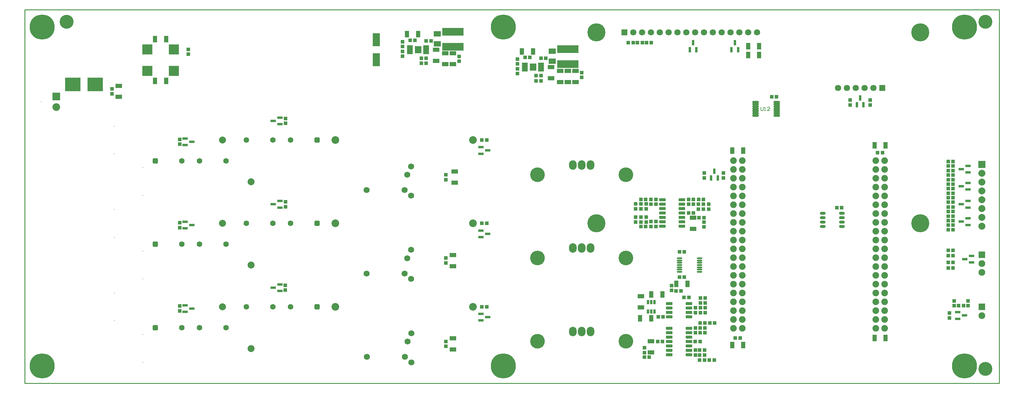
<source format=gts>
G04 Layer_Color=8388736*
%FSLAX43Y43*%
%MOMM*%
G71*
G01*
G75*
%ADD37C,0.254*%
%ADD38C,0.178*%
%ADD75R,2.903X2.903*%
%ADD76O,1.550X0.500*%
%ADD77R,6.203X2.203*%
%ADD78R,0.803X1.203*%
%ADD79R,1.553X0.803*%
%ADD80O,1.653X0.853*%
%ADD81R,2.003X1.543*%
%ADD82R,1.103X1.003*%
G04:AMPARAMS|DCode=83|XSize=0.653mm|YSize=1.803mm|CornerRadius=0.151mm|HoleSize=0mm|Usage=FLASHONLY|Rotation=90.000|XOffset=0mm|YOffset=0mm|HoleType=Round|Shape=RoundedRectangle|*
%AMROUNDEDRECTD83*
21,1,0.653,1.501,0,0,90.0*
21,1,0.351,1.803,0,0,90.0*
1,1,0.302,0.750,0.175*
1,1,0.302,0.750,-0.175*
1,1,0.302,-0.750,-0.175*
1,1,0.302,-0.750,0.175*
%
%ADD83ROUNDEDRECTD83*%
%ADD84R,4.443X4.013*%
%ADD85R,1.003X1.103*%
%ADD86R,2.003X3.753*%
%ADD87C,4.000*%
G04:AMPARAMS|DCode=88|XSize=0.853mm|YSize=1.853mm|CornerRadius=0.15mm|HoleSize=0mm|Usage=FLASHONLY|Rotation=90.000|XOffset=0mm|YOffset=0mm|HoleType=Round|Shape=RoundedRectangle|*
%AMROUNDEDRECTD88*
21,1,0.853,1.552,0,0,90.0*
21,1,0.552,1.853,0,0,90.0*
1,1,0.301,0.776,0.276*
1,1,0.301,0.776,-0.276*
1,1,0.301,-0.776,-0.276*
1,1,0.301,-0.776,0.276*
%
%ADD88ROUNDEDRECTD88*%
%ADD89R,1.903X1.203*%
%ADD90R,1.203X1.903*%
G04:AMPARAMS|DCode=91|XSize=0.503mm|YSize=1.753mm|CornerRadius=0.151mm|HoleSize=0mm|Usage=FLASHONLY|Rotation=90.000|XOffset=0mm|YOffset=0mm|HoleType=Round|Shape=RoundedRectangle|*
%AMROUNDEDRECTD91*
21,1,0.503,1.451,0,0,90.0*
21,1,0.201,1.753,0,0,90.0*
1,1,0.302,0.726,0.101*
1,1,0.302,0.726,-0.101*
1,1,0.302,-0.726,-0.101*
1,1,0.302,-0.726,0.101*
%
%ADD91ROUNDEDRECTD91*%
G04:AMPARAMS|DCode=92|XSize=1.933mm|YSize=2.103mm|CornerRadius=0.153mm|HoleSize=0mm|Usage=FLASHONLY|Rotation=0.000|XOffset=0mm|YOffset=0mm|HoleType=Round|Shape=RoundedRectangle|*
%AMROUNDEDRECTD92*
21,1,1.933,1.796,0,0,0.0*
21,1,1.626,2.103,0,0,0.0*
1,1,0.307,0.813,-0.898*
1,1,0.307,-0.813,-0.898*
1,1,0.307,-0.813,0.898*
1,1,0.307,0.813,0.898*
%
%ADD92ROUNDEDRECTD92*%
%ADD93R,0.803X1.553*%
%ADD94O,2.203X2.703*%
%ADD95C,2.203*%
%ADD96C,2.003*%
%ADD97R,0.203X0.203*%
%ADD98C,1.803*%
%ADD99R,1.803X1.803*%
%ADD100C,1.727*%
%ADD101C,1.903*%
%ADD102C,1.953*%
%ADD103R,1.953X1.953*%
%ADD104C,4.203*%
%ADD105R,0.203X0.203*%
%ADD106R,2.203X2.203*%
%ADD107C,7.203*%
%ADD108R,2.003X2.003*%
%ADD109C,5.203*%
%ADD110C,1.603*%
G04:AMPARAMS|DCode=111|XSize=1.603mm|YSize=1.603mm|CornerRadius=0.452mm|HoleSize=0mm|Usage=FLASHONLY|Rotation=180.000|XOffset=0mm|YOffset=0mm|HoleType=Round|Shape=RoundedRectangle|*
%AMROUNDEDRECTD111*
21,1,1.603,0.700,0,0,180.0*
21,1,0.700,1.603,0,0,180.0*
1,1,0.903,-0.350,0.350*
1,1,0.903,0.350,0.350*
1,1,0.903,0.350,-0.350*
1,1,0.903,-0.350,-0.350*
%
%ADD111ROUNDEDRECTD111*%
%ADD112C,0.803*%
D37*
X0Y0D02*
X280000D01*
Y107500D01*
X0D02*
X280000D01*
X0Y0D02*
Y107500D01*
D38*
X211476Y79508D02*
Y78661D01*
X211645Y78492D01*
X211984D01*
X212153Y78661D01*
Y79508D01*
X212492Y78492D02*
X212830D01*
X212661D01*
Y79508D01*
X212492Y79338D01*
X214015Y78492D02*
X213338D01*
X214015Y79169D01*
Y79338D01*
X213846Y79508D01*
X213507D01*
X213338Y79338D01*
D75*
X35190Y96110D02*
D03*
X42810D02*
D03*
Y89890D02*
D03*
X35190D02*
D03*
D76*
X193875Y32050D02*
D03*
Y32700D02*
D03*
Y33350D02*
D03*
Y34000D02*
D03*
Y34650D02*
D03*
Y35300D02*
D03*
Y35950D02*
D03*
X188125Y32050D02*
D03*
Y32700D02*
D03*
Y33350D02*
D03*
Y34000D02*
D03*
Y34650D02*
D03*
Y35300D02*
D03*
Y35950D02*
D03*
D77*
X156000Y96150D02*
D03*
Y91850D02*
D03*
X123000Y101150D02*
D03*
Y96850D02*
D03*
D78*
X179050Y23375D02*
D03*
X180000D02*
D03*
X180950D02*
D03*
Y20625D02*
D03*
X180000D02*
D03*
X179050D02*
D03*
D79*
X268025Y20450D02*
D03*
Y18550D02*
D03*
X269975Y19500D02*
D03*
X132975Y67000D02*
D03*
X131025Y66050D02*
D03*
Y67950D02*
D03*
X132975Y43000D02*
D03*
X131025Y42050D02*
D03*
Y43950D02*
D03*
X132975Y19000D02*
D03*
X131025Y18050D02*
D03*
Y19950D02*
D03*
X47975Y69500D02*
D03*
X46025Y68550D02*
D03*
Y70450D02*
D03*
X71325Y75500D02*
D03*
X73275Y76450D02*
D03*
Y74550D02*
D03*
X47975Y45500D02*
D03*
X46025Y44550D02*
D03*
Y46450D02*
D03*
X71325Y51500D02*
D03*
X73275Y52450D02*
D03*
Y50550D02*
D03*
X47975Y21500D02*
D03*
X46025Y20550D02*
D03*
Y22450D02*
D03*
X71325Y27500D02*
D03*
X73275Y28450D02*
D03*
Y26550D02*
D03*
X269025Y61600D02*
D03*
X270975Y62550D02*
D03*
Y60650D02*
D03*
X269025Y56700D02*
D03*
X270975Y57650D02*
D03*
Y55750D02*
D03*
X269025Y51500D02*
D03*
X270975Y52450D02*
D03*
Y50550D02*
D03*
X269025Y46500D02*
D03*
X270975Y47450D02*
D03*
Y45550D02*
D03*
X271975Y34750D02*
D03*
Y36650D02*
D03*
X270025Y35700D02*
D03*
D80*
X229275Y48905D02*
D03*
Y47635D02*
D03*
Y46365D02*
D03*
Y45095D02*
D03*
X234725Y48905D02*
D03*
Y47635D02*
D03*
Y46365D02*
D03*
Y45095D02*
D03*
D81*
X151500Y92670D02*
D03*
Y95530D02*
D03*
X118500Y97670D02*
D03*
Y100530D02*
D03*
D82*
X265700Y20200D02*
D03*
Y18800D02*
D03*
X267000Y22300D02*
D03*
Y23700D02*
D03*
X44500Y70200D02*
D03*
Y68800D02*
D03*
X74900Y74800D02*
D03*
Y76200D02*
D03*
X237100Y81500D02*
D03*
Y80100D02*
D03*
X44500Y46200D02*
D03*
Y44800D02*
D03*
X74900Y50800D02*
D03*
Y52200D02*
D03*
X242900Y81500D02*
D03*
Y80100D02*
D03*
X44500Y22200D02*
D03*
Y20800D02*
D03*
X74800Y26800D02*
D03*
Y28200D02*
D03*
X108500Y98300D02*
D03*
Y96900D02*
D03*
X141500Y93300D02*
D03*
Y91900D02*
D03*
X195000Y51500D02*
D03*
Y50100D02*
D03*
X196500D02*
D03*
Y51500D02*
D03*
X177000Y51600D02*
D03*
Y50200D02*
D03*
X175500D02*
D03*
Y51600D02*
D03*
X177000Y46400D02*
D03*
Y47800D02*
D03*
X175500D02*
D03*
Y46400D02*
D03*
X185800Y28100D02*
D03*
Y26700D02*
D03*
X108500Y95500D02*
D03*
Y94100D02*
D03*
X124750Y94050D02*
D03*
Y92650D02*
D03*
X141500Y89100D02*
D03*
Y90500D02*
D03*
X160000Y88000D02*
D03*
Y89400D02*
D03*
X47000Y94700D02*
D03*
Y96100D02*
D03*
X25000Y83300D02*
D03*
Y84700D02*
D03*
X200730Y60470D02*
D03*
Y59070D02*
D03*
X195230Y60470D02*
D03*
Y59070D02*
D03*
X195100Y45000D02*
D03*
Y46400D02*
D03*
X121000Y58600D02*
D03*
Y60000D02*
D03*
X193500Y51500D02*
D03*
Y50100D02*
D03*
X121000Y34600D02*
D03*
Y36000D02*
D03*
X178500Y51600D02*
D03*
Y50200D02*
D03*
X121000Y10600D02*
D03*
Y12000D02*
D03*
X178500Y46400D02*
D03*
Y47800D02*
D03*
X178000Y10200D02*
D03*
Y8800D02*
D03*
X192700Y9500D02*
D03*
Y8100D02*
D03*
Y20300D02*
D03*
Y21700D02*
D03*
Y14500D02*
D03*
Y15900D02*
D03*
X271000Y22300D02*
D03*
Y23700D02*
D03*
D83*
X209950Y80950D02*
D03*
Y80300D02*
D03*
Y79650D02*
D03*
Y79000D02*
D03*
Y78350D02*
D03*
Y77700D02*
D03*
Y77050D02*
D03*
X216050Y80950D02*
D03*
Y80300D02*
D03*
Y79650D02*
D03*
Y79000D02*
D03*
Y78350D02*
D03*
Y77700D02*
D03*
Y77050D02*
D03*
D84*
X13815Y86000D02*
D03*
X20185D02*
D03*
D85*
X269700Y22300D02*
D03*
X268300D02*
D03*
X265300Y44200D02*
D03*
X266700D02*
D03*
X265300Y48100D02*
D03*
X266700D02*
D03*
X265300Y49400D02*
D03*
X266700D02*
D03*
X265300Y53400D02*
D03*
X266700D02*
D03*
X265300Y54700D02*
D03*
X266700D02*
D03*
X265300Y58600D02*
D03*
X266700D02*
D03*
X265300Y59900D02*
D03*
X266700D02*
D03*
X265300Y63800D02*
D03*
X266700D02*
D03*
Y62500D02*
D03*
X265300D02*
D03*
X266700Y61200D02*
D03*
X265300D02*
D03*
X266700Y57300D02*
D03*
X265300D02*
D03*
X266700Y56000D02*
D03*
X265300D02*
D03*
X195300Y9500D02*
D03*
X193900D02*
D03*
Y6700D02*
D03*
X195300D02*
D03*
Y8100D02*
D03*
X193900D02*
D03*
X189400Y24700D02*
D03*
X190800D02*
D03*
X182000Y19100D02*
D03*
X183400D02*
D03*
X194000Y12000D02*
D03*
X192600D02*
D03*
X178600Y98000D02*
D03*
X180000D02*
D03*
X177400D02*
D03*
X176000D02*
D03*
X266700Y52100D02*
D03*
X265300D02*
D03*
X266700Y50700D02*
D03*
X265300D02*
D03*
X266700Y46800D02*
D03*
X265300D02*
D03*
X266700Y45500D02*
D03*
X265300D02*
D03*
X113900Y93500D02*
D03*
X115300D02*
D03*
Y92100D02*
D03*
X113900D02*
D03*
X146900Y88500D02*
D03*
X148300D02*
D03*
Y87000D02*
D03*
X146900D02*
D03*
X132700Y70000D02*
D03*
X131300D02*
D03*
X192100Y51500D02*
D03*
X190700D02*
D03*
Y52900D02*
D03*
X192100D02*
D03*
X132700Y46000D02*
D03*
X131300D02*
D03*
X179900Y51500D02*
D03*
X181300D02*
D03*
Y52900D02*
D03*
X179900D02*
D03*
X132700Y22000D02*
D03*
X131300D02*
D03*
X179900Y46500D02*
D03*
X181300D02*
D03*
Y45100D02*
D03*
X179900D02*
D03*
X195500Y20300D02*
D03*
X194100D02*
D03*
Y24500D02*
D03*
X195500D02*
D03*
Y21700D02*
D03*
X194100D02*
D03*
X195400Y14500D02*
D03*
X194000D02*
D03*
X195400Y15900D02*
D03*
X194000D02*
D03*
Y17300D02*
D03*
X195400D02*
D03*
X193700Y47600D02*
D03*
X195100D02*
D03*
X179400Y7500D02*
D03*
X178000D02*
D03*
X214600Y82400D02*
D03*
X216000D02*
D03*
X174800Y98000D02*
D03*
X173400D02*
D03*
X110700Y98700D02*
D03*
X112100D02*
D03*
X116700Y98500D02*
D03*
X115300D02*
D03*
X145100Y93800D02*
D03*
X143700D02*
D03*
X149700Y93500D02*
D03*
X148300D02*
D03*
X233300Y50500D02*
D03*
X234700D02*
D03*
X246430Y66370D02*
D03*
X245030D02*
D03*
X204130Y12970D02*
D03*
X205530D02*
D03*
X192100Y49000D02*
D03*
X190700D02*
D03*
X189500Y30500D02*
D03*
X188100D02*
D03*
X188500Y26600D02*
D03*
X187100D02*
D03*
X193600Y52900D02*
D03*
X195000D02*
D03*
X178400D02*
D03*
X177000D02*
D03*
X189500Y37800D02*
D03*
X188100D02*
D03*
X178400Y45100D02*
D03*
X177000D02*
D03*
X181800Y12000D02*
D03*
X183200D02*
D03*
X196700Y6700D02*
D03*
X198100D02*
D03*
X195500Y23100D02*
D03*
X194100D02*
D03*
X198200Y17300D02*
D03*
X196800D02*
D03*
X265300Y38200D02*
D03*
X266700D02*
D03*
X265300Y33200D02*
D03*
X266700D02*
D03*
X265300Y36700D02*
D03*
X266700D02*
D03*
Y34800D02*
D03*
X265300D02*
D03*
D86*
X101000Y98875D02*
D03*
Y93125D02*
D03*
D87*
X12000Y104000D02*
D03*
X276000Y4100D02*
D03*
Y104000D02*
D03*
D88*
X185175Y15810D02*
D03*
Y14540D02*
D03*
Y13270D02*
D03*
Y12000D02*
D03*
Y10730D02*
D03*
Y9460D02*
D03*
Y8190D02*
D03*
X190825Y15810D02*
D03*
Y14540D02*
D03*
Y13270D02*
D03*
Y12000D02*
D03*
Y10730D02*
D03*
Y9460D02*
D03*
Y8190D02*
D03*
X185175Y22905D02*
D03*
Y21635D02*
D03*
Y20365D02*
D03*
Y19095D02*
D03*
X190825Y22905D02*
D03*
Y21635D02*
D03*
Y20365D02*
D03*
Y19095D02*
D03*
X188825Y45190D02*
D03*
Y46460D02*
D03*
Y47730D02*
D03*
Y49000D02*
D03*
Y50270D02*
D03*
Y51540D02*
D03*
Y52810D02*
D03*
X183175Y45190D02*
D03*
Y46460D02*
D03*
Y47730D02*
D03*
Y49000D02*
D03*
Y50270D02*
D03*
Y51540D02*
D03*
Y52810D02*
D03*
D89*
X179900Y8900D02*
D03*
Y12100D02*
D03*
X177000Y25000D02*
D03*
Y21800D02*
D03*
X118200Y96000D02*
D03*
Y92800D02*
D03*
X151200Y91000D02*
D03*
Y87800D02*
D03*
X123000Y95000D02*
D03*
Y91800D02*
D03*
X120800Y95000D02*
D03*
Y91800D02*
D03*
X158200Y89900D02*
D03*
Y86700D02*
D03*
X156000Y89900D02*
D03*
Y86700D02*
D03*
X153800Y89900D02*
D03*
Y86700D02*
D03*
X27000Y85600D02*
D03*
Y82400D02*
D03*
X192000Y47600D02*
D03*
Y44400D02*
D03*
X123500Y60900D02*
D03*
Y57700D02*
D03*
X123000Y36900D02*
D03*
Y33700D02*
D03*
Y12900D02*
D03*
Y9700D02*
D03*
D90*
X40600Y99000D02*
D03*
X37400D02*
D03*
X180000Y18700D02*
D03*
X176800D02*
D03*
X180000Y25500D02*
D03*
X183200D02*
D03*
X211000Y97000D02*
D03*
X207800D02*
D03*
X211000Y94500D02*
D03*
X207800D02*
D03*
X40600Y87000D02*
D03*
X37400D02*
D03*
X109800Y100500D02*
D03*
X113000D02*
D03*
X142800Y95500D02*
D03*
X146000D02*
D03*
X203230Y66970D02*
D03*
X206430D02*
D03*
X247330Y12970D02*
D03*
X244130D02*
D03*
Y68470D02*
D03*
X247330D02*
D03*
X206430Y10970D02*
D03*
X203230D02*
D03*
X187200Y28600D02*
D03*
X190400D02*
D03*
D91*
X148325Y92000D02*
D03*
X143675D02*
D03*
Y91500D02*
D03*
Y91000D02*
D03*
Y90500D02*
D03*
Y90000D02*
D03*
X148325Y91500D02*
D03*
Y91000D02*
D03*
Y90500D02*
D03*
Y90000D02*
D03*
X115325Y97000D02*
D03*
X110675D02*
D03*
Y96500D02*
D03*
Y96000D02*
D03*
Y95500D02*
D03*
Y95000D02*
D03*
X115325Y96500D02*
D03*
Y96000D02*
D03*
Y95500D02*
D03*
Y95000D02*
D03*
D92*
X146000Y91000D02*
D03*
X113000Y96000D02*
D03*
D93*
X198130Y61045D02*
D03*
X199080Y59095D02*
D03*
X197180D02*
D03*
X204000Y97975D02*
D03*
X204950Y96025D02*
D03*
X203050D02*
D03*
X192000Y97975D02*
D03*
X192950Y96025D02*
D03*
X191050D02*
D03*
X240000Y82075D02*
D03*
X240950Y80125D02*
D03*
X239050D02*
D03*
D94*
X157450Y14900D02*
D03*
X160000D02*
D03*
X162550D02*
D03*
X157450Y62800D02*
D03*
X160000D02*
D03*
X162550D02*
D03*
X157450Y38900D02*
D03*
X160000D02*
D03*
X162550D02*
D03*
D95*
X89250Y22000D02*
D03*
X128750D02*
D03*
X9000Y79500D02*
D03*
X89250Y70000D02*
D03*
X128750D02*
D03*
X89250Y46000D02*
D03*
X128750D02*
D03*
D96*
X65000Y10000D02*
D03*
X275000Y45220D02*
D03*
Y47760D02*
D03*
Y50300D02*
D03*
Y52840D02*
D03*
Y55380D02*
D03*
Y57920D02*
D03*
Y60460D02*
D03*
X56800Y70000D02*
D03*
Y46000D02*
D03*
Y22000D02*
D03*
X65000Y58000D02*
D03*
Y34000D02*
D03*
D97*
X33925Y14000D02*
D03*
Y6000D02*
D03*
X25725Y74000D02*
D03*
Y66000D02*
D03*
Y50000D02*
D03*
Y42000D02*
D03*
Y26000D02*
D03*
Y18000D02*
D03*
X33925Y62000D02*
D03*
Y54000D02*
D03*
Y38000D02*
D03*
Y30000D02*
D03*
D98*
X233650Y85000D02*
D03*
X238730D02*
D03*
X243810D02*
D03*
X241270D02*
D03*
X236190D02*
D03*
X207810Y101000D02*
D03*
X202730D02*
D03*
X195110D02*
D03*
X190030D02*
D03*
X184950D02*
D03*
X179870D02*
D03*
X174790D02*
D03*
X177330D02*
D03*
X182410D02*
D03*
X187490D02*
D03*
X192570D02*
D03*
X197650D02*
D03*
X200190D02*
D03*
X205270D02*
D03*
X210350D02*
D03*
D99*
X246350Y85000D02*
D03*
X172250Y101000D02*
D03*
D100*
X111100Y14380D02*
D03*
X109220Y7570D02*
D03*
X98300D02*
D03*
X109980Y11970D02*
D03*
X111100Y6000D02*
D03*
X111000Y62380D02*
D03*
X109120Y55570D02*
D03*
X98200D02*
D03*
X109880Y59970D02*
D03*
X111000Y54000D02*
D03*
Y30000D02*
D03*
X109880Y35970D02*
D03*
X98200Y31570D02*
D03*
X109120D02*
D03*
X111000Y38380D02*
D03*
D101*
X203560Y64100D02*
D03*
Y61560D02*
D03*
Y59020D02*
D03*
Y56480D02*
D03*
Y53940D02*
D03*
Y51400D02*
D03*
Y48860D02*
D03*
Y46320D02*
D03*
Y43780D02*
D03*
Y41240D02*
D03*
Y38700D02*
D03*
Y36160D02*
D03*
Y33620D02*
D03*
Y31080D02*
D03*
Y28540D02*
D03*
Y26000D02*
D03*
Y23460D02*
D03*
Y20920D02*
D03*
Y18380D02*
D03*
Y15840D02*
D03*
X206100Y64100D02*
D03*
Y61560D02*
D03*
Y59020D02*
D03*
Y56480D02*
D03*
Y53940D02*
D03*
Y51400D02*
D03*
Y48860D02*
D03*
Y46320D02*
D03*
Y43780D02*
D03*
Y41240D02*
D03*
Y38700D02*
D03*
Y36160D02*
D03*
Y33620D02*
D03*
Y31080D02*
D03*
Y28540D02*
D03*
Y26000D02*
D03*
Y23460D02*
D03*
Y20920D02*
D03*
Y18380D02*
D03*
Y15840D02*
D03*
X247000D02*
D03*
Y18380D02*
D03*
Y20920D02*
D03*
Y23460D02*
D03*
Y26000D02*
D03*
Y28540D02*
D03*
Y31080D02*
D03*
Y33620D02*
D03*
Y36160D02*
D03*
Y38700D02*
D03*
Y41240D02*
D03*
Y43780D02*
D03*
Y46320D02*
D03*
Y48860D02*
D03*
Y51400D02*
D03*
Y53940D02*
D03*
Y56480D02*
D03*
Y59020D02*
D03*
Y61560D02*
D03*
Y64100D02*
D03*
X244460Y15840D02*
D03*
Y18380D02*
D03*
Y20920D02*
D03*
Y23460D02*
D03*
Y26000D02*
D03*
Y28540D02*
D03*
Y31080D02*
D03*
Y33620D02*
D03*
Y36160D02*
D03*
Y38700D02*
D03*
Y41240D02*
D03*
Y43780D02*
D03*
Y46320D02*
D03*
Y48860D02*
D03*
Y51400D02*
D03*
Y53940D02*
D03*
Y56480D02*
D03*
Y59020D02*
D03*
Y61560D02*
D03*
Y64100D02*
D03*
D102*
X275000Y31920D02*
D03*
Y34460D02*
D03*
Y19460D02*
D03*
D103*
Y37000D02*
D03*
Y22000D02*
D03*
D104*
X147300Y60000D02*
D03*
X172700D02*
D03*
X147300Y12100D02*
D03*
X172700D02*
D03*
X147300Y36000D02*
D03*
X172700D02*
D03*
D105*
X4680Y81000D02*
D03*
D106*
X9000Y82500D02*
D03*
D107*
X270000Y5000D02*
D03*
X137500Y5000D02*
D03*
Y102500D02*
D03*
X5000D02*
D03*
Y5000D02*
D03*
X270000Y102500D02*
D03*
D108*
X275000Y63000D02*
D03*
D109*
X164250Y101000D02*
D03*
X257270Y46000D02*
D03*
X164250D02*
D03*
X257250Y101000D02*
D03*
D110*
X63680Y22000D02*
D03*
X71300D02*
D03*
X76380D02*
D03*
X45120Y64000D02*
D03*
X50200D02*
D03*
X57820D02*
D03*
X63680Y70000D02*
D03*
X71300D02*
D03*
X76380D02*
D03*
X45120Y40000D02*
D03*
X50200D02*
D03*
X57820D02*
D03*
X63680Y46000D02*
D03*
X71300D02*
D03*
X76380D02*
D03*
X45120Y16000D02*
D03*
X50200D02*
D03*
X57820D02*
D03*
D111*
X84000Y22000D02*
D03*
X37500Y64000D02*
D03*
X84000Y70000D02*
D03*
X37500Y40000D02*
D03*
X84000Y46000D02*
D03*
X37500Y16000D02*
D03*
D112*
X146500Y90500D02*
D03*
X145500D02*
D03*
X146500Y91500D02*
D03*
X145500D02*
D03*
X113500Y95500D02*
D03*
X112500D02*
D03*
X113500Y96500D02*
D03*
X112500D02*
D03*
M02*

</source>
